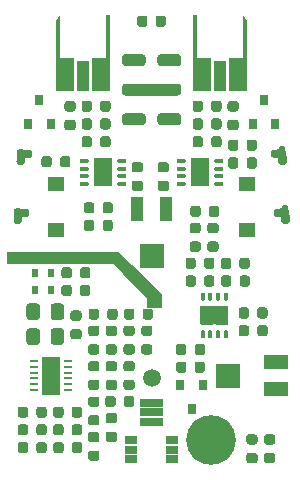
<source format=gts>
G04 #@! TF.GenerationSoftware,KiCad,Pcbnew,5.1.9-73d0e3b20d~88~ubuntu20.04.1*
G04 #@! TF.CreationDate,2021-08-20T12:19:55+03:00*
G04 #@! TF.ProjectId,diff_probe_amplifier,64696666-5f70-4726-9f62-655f616d706c,rev?*
G04 #@! TF.SameCoordinates,Original*
G04 #@! TF.FileFunction,Soldermask,Top*
G04 #@! TF.FilePolarity,Negative*
%FSLAX46Y46*%
G04 Gerber Fmt 4.6, Leading zero omitted, Abs format (unit mm)*
G04 Created by KiCad (PCBNEW 5.1.9-73d0e3b20d~88~ubuntu20.04.1) date 2021-08-20 12:19:55*
%MOMM*%
%LPD*%
G01*
G04 APERTURE LIST*
%ADD10C,0.050000*%
%ADD11R,1.400000X1.200000*%
%ADD12R,1.500000X3.300000*%
%ADD13R,0.700000X0.250000*%
%ADD14C,0.350000*%
%ADD15R,1.100000X2.600000*%
%ADD16R,2.000000X1.300000*%
%ADD17R,2.000000X2.000000*%
%ADD18R,1.100000X2.000000*%
%ADD19R,1.000000X0.800000*%
%ADD20C,1.500000*%
%ADD21R,0.800000X0.900000*%
%ADD22C,0.600000*%
%ADD23C,4.200000*%
%ADD24R,0.600000X0.700000*%
%ADD25O,0.400000X0.650000*%
%ADD26R,0.400000X0.300000*%
%ADD27R,2.400000X1.650000*%
%ADD28R,1.000000X0.650000*%
%ADD29O,0.650000X0.400000*%
%ADD30R,0.300000X0.400000*%
%ADD31R,1.650000X2.400000*%
%ADD32R,0.650000X1.000000*%
G04 APERTURE END LIST*
D10*
G36*
X14800000Y-22300000D02*
G01*
X14800000Y-23400000D01*
X13600000Y-23400000D01*
X13600000Y-22600000D01*
X10700000Y-19700000D01*
X1800000Y-19700000D01*
X1800000Y-18700000D01*
X11200000Y-18700000D01*
X14800000Y-22300000D01*
G37*
X14800000Y-22300000D02*
X14800000Y-23400000D01*
X13600000Y-23400000D01*
X13600000Y-22600000D01*
X10700000Y-19700000D01*
X1800000Y-19700000D01*
X1800000Y-18700000D01*
X11200000Y-18700000D01*
X14800000Y-22300000D01*
D11*
G04 #@! TO.C,C17*
X5900000Y-13000000D03*
X5900000Y-16850000D03*
G04 #@! TD*
G04 #@! TO.C,C16*
X22100000Y-16850000D03*
X22100000Y-13000000D03*
G04 #@! TD*
D12*
G04 #@! TO.C,U1*
X5500000Y-29200000D03*
D13*
X6950000Y-27950000D03*
X6950000Y-28450000D03*
X6950000Y-28950000D03*
X6950000Y-29450000D03*
X6950000Y-29950000D03*
X6950000Y-30450000D03*
X4050000Y-30450000D03*
X4050000Y-29950000D03*
X4050000Y-29450000D03*
X4050000Y-28950000D03*
X4050000Y-28450000D03*
X4050000Y-27950000D03*
G04 #@! TD*
D14*
G04 #@! TO.C,J8*
G36*
X5900000Y-5150000D02*
G01*
X5900000Y850000D01*
X6250000Y1350000D01*
X6250000Y-2350000D01*
X7450000Y-2350000D01*
X7450000Y-5150000D01*
X5900000Y-5150000D01*
G37*
G36*
X8950000Y-5150000D02*
G01*
X8950000Y-2350000D01*
X10150000Y-2350000D01*
X10150000Y1350000D01*
X10500000Y1350000D01*
X10500000Y-5150000D01*
X8950000Y-5150000D01*
G37*
D15*
X8200000Y-3850000D03*
G04 #@! TD*
D14*
G04 #@! TO.C,J7*
G36*
X17500000Y-5150000D02*
G01*
X17500000Y1350000D01*
X17850000Y1350000D01*
X17850000Y-2350000D01*
X19050000Y-2350000D01*
X19050000Y-5150000D01*
X17500000Y-5150000D01*
G37*
G36*
X20550000Y-5150000D02*
G01*
X20550000Y-2350000D01*
X21750000Y-2350000D01*
X21750000Y1350000D01*
X22100000Y850000D01*
X22100000Y-5150000D01*
X20550000Y-5150000D01*
G37*
D15*
X19800000Y-3850000D03*
G04 #@! TD*
D16*
G04 #@! TO.C,RV2*
X24500000Y-28050000D03*
D17*
X20500000Y-29200000D03*
D16*
X24500000Y-30350000D03*
G04 #@! TD*
D18*
G04 #@! TO.C,RV1*
X12750000Y-15100000D03*
D17*
X14000000Y-19100000D03*
D18*
X15250000Y-15100000D03*
G04 #@! TD*
D19*
G04 #@! TO.C,J1*
X13500000Y-33100000D03*
X13500000Y-32300000D03*
X13500000Y-31500000D03*
X14500000Y-31500000D03*
X14500000Y-32300000D03*
X15700000Y-34700000D03*
X15700000Y-35500000D03*
X15700000Y-36300000D03*
X12300000Y-34700000D03*
X12300000Y-35500000D03*
X12300000Y-36300000D03*
D20*
X14000000Y-29400000D03*
D19*
X14500000Y-33100000D03*
G04 #@! TD*
G04 #@! TO.C,SW1*
G36*
G01*
X11750000Y-7000000D02*
X13250000Y-7000000D01*
G75*
G02*
X13500000Y-7250000I0J-250000D01*
G01*
X13500000Y-7750000D01*
G75*
G02*
X13250000Y-8000000I-250000J0D01*
G01*
X11750000Y-8000000D01*
G75*
G02*
X11500000Y-7750000I0J250000D01*
G01*
X11500000Y-7250000D01*
G75*
G02*
X11750000Y-7000000I250000J0D01*
G01*
G37*
G36*
G01*
X11750000Y-4500000D02*
X15250000Y-4500000D01*
G75*
G02*
X15500000Y-4750000I0J-250000D01*
G01*
X15500000Y-5250000D01*
G75*
G02*
X15250000Y-5500000I-250000J0D01*
G01*
X11750000Y-5500000D01*
G75*
G02*
X11500000Y-5250000I0J250000D01*
G01*
X11500000Y-4750000D01*
G75*
G02*
X11750000Y-4500000I250000J0D01*
G01*
G37*
G36*
G01*
X11750000Y-2000000D02*
X13250000Y-2000000D01*
G75*
G02*
X13500000Y-2250000I0J-250000D01*
G01*
X13500000Y-2750000D01*
G75*
G02*
X13250000Y-3000000I-250000J0D01*
G01*
X11750000Y-3000000D01*
G75*
G02*
X11500000Y-2750000I0J250000D01*
G01*
X11500000Y-2250000D01*
G75*
G02*
X11750000Y-2000000I250000J0D01*
G01*
G37*
G36*
G01*
X14750000Y-7000000D02*
X16250000Y-7000000D01*
G75*
G02*
X16500000Y-7250000I0J-250000D01*
G01*
X16500000Y-7750000D01*
G75*
G02*
X16250000Y-8000000I-250000J0D01*
G01*
X14750000Y-8000000D01*
G75*
G02*
X14500000Y-7750000I0J250000D01*
G01*
X14500000Y-7250000D01*
G75*
G02*
X14750000Y-7000000I250000J0D01*
G01*
G37*
G36*
G01*
X14750000Y-4500000D02*
X16250000Y-4500000D01*
G75*
G02*
X16500000Y-4750000I0J-250000D01*
G01*
X16500000Y-5250000D01*
G75*
G02*
X16250000Y-5500000I-250000J0D01*
G01*
X14750000Y-5500000D01*
G75*
G02*
X14500000Y-5250000I0J250000D01*
G01*
X14500000Y-4750000D01*
G75*
G02*
X14750000Y-4500000I250000J0D01*
G01*
G37*
G36*
G01*
X14750000Y-2000000D02*
X16250000Y-2000000D01*
G75*
G02*
X16500000Y-2250000I0J-250000D01*
G01*
X16500000Y-2750000D01*
G75*
G02*
X16250000Y-3000000I-250000J0D01*
G01*
X14750000Y-3000000D01*
G75*
G02*
X14500000Y-2750000I0J250000D01*
G01*
X14500000Y-2250000D01*
G75*
G02*
X14750000Y-2000000I250000J0D01*
G01*
G37*
G04 #@! TD*
G04 #@! TO.C,R8*
G36*
G01*
X24256250Y-35050000D02*
X23743750Y-35050000D01*
G75*
G02*
X23525000Y-34831250I0J218750D01*
G01*
X23525000Y-34393750D01*
G75*
G02*
X23743750Y-34175000I218750J0D01*
G01*
X24256250Y-34175000D01*
G75*
G02*
X24475000Y-34393750I0J-218750D01*
G01*
X24475000Y-34831250D01*
G75*
G02*
X24256250Y-35050000I-218750J0D01*
G01*
G37*
G36*
G01*
X24256250Y-36625000D02*
X23743750Y-36625000D01*
G75*
G02*
X23525000Y-36406250I0J218750D01*
G01*
X23525000Y-35968750D01*
G75*
G02*
X23743750Y-35750000I218750J0D01*
G01*
X24256250Y-35750000D01*
G75*
G02*
X24475000Y-35968750I0J-218750D01*
G01*
X24475000Y-36406250D01*
G75*
G02*
X24256250Y-36625000I-218750J0D01*
G01*
G37*
G04 #@! TD*
G04 #@! TO.C,R7*
G36*
G01*
X16950000Y-28243750D02*
X16950000Y-28756250D01*
G75*
G02*
X16731250Y-28975000I-218750J0D01*
G01*
X16293750Y-28975000D01*
G75*
G02*
X16075000Y-28756250I0J218750D01*
G01*
X16075000Y-28243750D01*
G75*
G02*
X16293750Y-28025000I218750J0D01*
G01*
X16731250Y-28025000D01*
G75*
G02*
X16950000Y-28243750I0J-218750D01*
G01*
G37*
G36*
G01*
X18525000Y-28243750D02*
X18525000Y-28756250D01*
G75*
G02*
X18306250Y-28975000I-218750J0D01*
G01*
X17868750Y-28975000D01*
G75*
G02*
X17650000Y-28756250I0J218750D01*
G01*
X17650000Y-28243750D01*
G75*
G02*
X17868750Y-28025000I218750J0D01*
G01*
X18306250Y-28025000D01*
G75*
G02*
X18525000Y-28243750I0J-218750D01*
G01*
G37*
G04 #@! TD*
G04 #@! TO.C,R4*
G36*
G01*
X13650000Y1056250D02*
X13650000Y543750D01*
G75*
G02*
X13431250Y325000I-218750J0D01*
G01*
X12993750Y325000D01*
G75*
G02*
X12775000Y543750I0J218750D01*
G01*
X12775000Y1056250D01*
G75*
G02*
X12993750Y1275000I218750J0D01*
G01*
X13431250Y1275000D01*
G75*
G02*
X13650000Y1056250I0J-218750D01*
G01*
G37*
G36*
G01*
X15225000Y1056250D02*
X15225000Y543750D01*
G75*
G02*
X15006250Y325000I-218750J0D01*
G01*
X14568750Y325000D01*
G75*
G02*
X14350000Y543750I0J218750D01*
G01*
X14350000Y1056250D01*
G75*
G02*
X14568750Y1275000I218750J0D01*
G01*
X15006250Y1275000D01*
G75*
G02*
X15225000Y1056250I0J-218750D01*
G01*
G37*
G04 #@! TD*
D21*
G04 #@! TO.C,D6*
X17400000Y-32000000D03*
X16450000Y-30000000D03*
X18350000Y-30000000D03*
G04 #@! TD*
G04 #@! TO.C,D5*
X4500000Y-5900000D03*
X5450000Y-7900000D03*
X3550000Y-7900000D03*
G04 #@! TD*
G04 #@! TO.C,D4*
X23500000Y-5900000D03*
X24450000Y-7900000D03*
X22550000Y-7900000D03*
G04 #@! TD*
G04 #@! TO.C,D3*
G36*
G01*
X22243750Y-35750000D02*
X22756250Y-35750000D01*
G75*
G02*
X22975000Y-35968750I0J-218750D01*
G01*
X22975000Y-36406250D01*
G75*
G02*
X22756250Y-36625000I-218750J0D01*
G01*
X22243750Y-36625000D01*
G75*
G02*
X22025000Y-36406250I0J218750D01*
G01*
X22025000Y-35968750D01*
G75*
G02*
X22243750Y-35750000I218750J0D01*
G01*
G37*
G36*
G01*
X22243750Y-34175000D02*
X22756250Y-34175000D01*
G75*
G02*
X22975000Y-34393750I0J-218750D01*
G01*
X22975000Y-34831250D01*
G75*
G02*
X22756250Y-35050000I-218750J0D01*
G01*
X22243750Y-35050000D01*
G75*
G02*
X22025000Y-34831250I0J218750D01*
G01*
X22025000Y-34393750D01*
G75*
G02*
X22243750Y-34175000I218750J0D01*
G01*
G37*
G04 #@! TD*
G04 #@! TO.C,C18*
G36*
G01*
X18450000Y-21456250D02*
X18450000Y-20943750D01*
G75*
G02*
X18668750Y-20725000I218750J0D01*
G01*
X19106250Y-20725000D01*
G75*
G02*
X19325000Y-20943750I0J-218750D01*
G01*
X19325000Y-21456250D01*
G75*
G02*
X19106250Y-21675000I-218750J0D01*
G01*
X18668750Y-21675000D01*
G75*
G02*
X18450000Y-21456250I0J218750D01*
G01*
G37*
G36*
G01*
X16875000Y-21456250D02*
X16875000Y-20943750D01*
G75*
G02*
X17093750Y-20725000I218750J0D01*
G01*
X17531250Y-20725000D01*
G75*
G02*
X17750000Y-20943750I0J-218750D01*
G01*
X17750000Y-21456250D01*
G75*
G02*
X17531250Y-21675000I-218750J0D01*
G01*
X17093750Y-21675000D01*
G75*
G02*
X16875000Y-21456250I0J218750D01*
G01*
G37*
G04 #@! TD*
G04 #@! TO.C,C21*
G36*
G01*
X9150000Y-14743750D02*
X9150000Y-15256250D01*
G75*
G02*
X8931250Y-15475000I-218750J0D01*
G01*
X8493750Y-15475000D01*
G75*
G02*
X8275000Y-15256250I0J218750D01*
G01*
X8275000Y-14743750D01*
G75*
G02*
X8493750Y-14525000I218750J0D01*
G01*
X8931250Y-14525000D01*
G75*
G02*
X9150000Y-14743750I0J-218750D01*
G01*
G37*
G36*
G01*
X10725000Y-14743750D02*
X10725000Y-15256250D01*
G75*
G02*
X10506250Y-15475000I-218750J0D01*
G01*
X10068750Y-15475000D01*
G75*
G02*
X9850000Y-15256250I0J218750D01*
G01*
X9850000Y-14743750D01*
G75*
G02*
X10068750Y-14525000I218750J0D01*
G01*
X10506250Y-14525000D01*
G75*
G02*
X10725000Y-14743750I0J-218750D01*
G01*
G37*
G04 #@! TD*
G04 #@! TO.C,C20*
G36*
G01*
X12543750Y-12700000D02*
X13056250Y-12700000D01*
G75*
G02*
X13275000Y-12918750I0J-218750D01*
G01*
X13275000Y-13356250D01*
G75*
G02*
X13056250Y-13575000I-218750J0D01*
G01*
X12543750Y-13575000D01*
G75*
G02*
X12325000Y-13356250I0J218750D01*
G01*
X12325000Y-12918750D01*
G75*
G02*
X12543750Y-12700000I218750J0D01*
G01*
G37*
G36*
G01*
X12543750Y-11125000D02*
X13056250Y-11125000D01*
G75*
G02*
X13275000Y-11343750I0J-218750D01*
G01*
X13275000Y-11781250D01*
G75*
G02*
X13056250Y-12000000I-218750J0D01*
G01*
X12543750Y-12000000D01*
G75*
G02*
X12325000Y-11781250I0J218750D01*
G01*
X12325000Y-11343750D01*
G75*
G02*
X12543750Y-11125000I218750J0D01*
G01*
G37*
G04 #@! TD*
G04 #@! TO.C,L4*
G36*
G01*
X4550000Y-23349999D02*
X4550000Y-24250001D01*
G75*
G02*
X4300001Y-24500000I-249999J0D01*
G01*
X3649999Y-24500000D01*
G75*
G02*
X3400000Y-24250001I0J249999D01*
G01*
X3400000Y-23349999D01*
G75*
G02*
X3649999Y-23100000I249999J0D01*
G01*
X4300001Y-23100000D01*
G75*
G02*
X4550000Y-23349999I0J-249999D01*
G01*
G37*
G36*
G01*
X6600000Y-23349999D02*
X6600000Y-24250001D01*
G75*
G02*
X6350001Y-24500000I-249999J0D01*
G01*
X5699999Y-24500000D01*
G75*
G02*
X5450000Y-24250001I0J249999D01*
G01*
X5450000Y-23349999D01*
G75*
G02*
X5699999Y-23100000I249999J0D01*
G01*
X6350001Y-23100000D01*
G75*
G02*
X6600000Y-23349999I0J-249999D01*
G01*
G37*
G04 #@! TD*
G04 #@! TO.C,L3*
G36*
G01*
X4550000Y-25449999D02*
X4550000Y-26350001D01*
G75*
G02*
X4300001Y-26600000I-249999J0D01*
G01*
X3649999Y-26600000D01*
G75*
G02*
X3400000Y-26350001I0J249999D01*
G01*
X3400000Y-25449999D01*
G75*
G02*
X3649999Y-25200000I249999J0D01*
G01*
X4300001Y-25200000D01*
G75*
G02*
X4550000Y-25449999I0J-249999D01*
G01*
G37*
G36*
G01*
X6600000Y-25449999D02*
X6600000Y-26350001D01*
G75*
G02*
X6350001Y-26600000I-249999J0D01*
G01*
X5699999Y-26600000D01*
G75*
G02*
X5450000Y-26350001I0J249999D01*
G01*
X5450000Y-25449999D01*
G75*
G02*
X5699999Y-25200000I249999J0D01*
G01*
X6350001Y-25200000D01*
G75*
G02*
X6600000Y-25449999I0J-249999D01*
G01*
G37*
G04 #@! TD*
G04 #@! TO.C,C22*
G36*
G01*
X14743750Y-12700000D02*
X15256250Y-12700000D01*
G75*
G02*
X15475000Y-12918750I0J-218750D01*
G01*
X15475000Y-13356250D01*
G75*
G02*
X15256250Y-13575000I-218750J0D01*
G01*
X14743750Y-13575000D01*
G75*
G02*
X14525000Y-13356250I0J218750D01*
G01*
X14525000Y-12918750D01*
G75*
G02*
X14743750Y-12700000I218750J0D01*
G01*
G37*
G36*
G01*
X14743750Y-11125000D02*
X15256250Y-11125000D01*
G75*
G02*
X15475000Y-11343750I0J-218750D01*
G01*
X15475000Y-11781250D01*
G75*
G02*
X15256250Y-12000000I-218750J0D01*
G01*
X14743750Y-12000000D01*
G75*
G02*
X14525000Y-11781250I0J218750D01*
G01*
X14525000Y-11343750D01*
G75*
G02*
X14743750Y-11125000I218750J0D01*
G01*
G37*
G04 #@! TD*
G04 #@! TO.C,J4*
G36*
G01*
X25299309Y-11332997D02*
X24899857Y-11353932D01*
G75*
G02*
X24847309Y-11306618I-2617J49931D01*
G01*
X24842075Y-11206755D01*
G75*
G02*
X24889389Y-11154207I49931J2617D01*
G01*
X25288841Y-11133272D01*
G75*
G02*
X25341389Y-11180586I2617J-49931D01*
G01*
X25346623Y-11280449D01*
G75*
G02*
X25299309Y-11332997I-49931J-2617D01*
G01*
G37*
G36*
G01*
X25270524Y-10783750D02*
X24871072Y-10804685D01*
G75*
G02*
X24818524Y-10757371I-2617J49931D01*
G01*
X24813290Y-10657508D01*
G75*
G02*
X24860604Y-10604960I49931J2617D01*
G01*
X25260056Y-10584025D01*
G75*
G02*
X25312604Y-10631339I2617J-49931D01*
G01*
X25317838Y-10731202D01*
G75*
G02*
X25270524Y-10783750I-49931J-2617D01*
G01*
G37*
G36*
G01*
X24111633Y-10644212D02*
X24090698Y-10244760D01*
G75*
G02*
X24138012Y-10192212I49931J2617D01*
G01*
X24237875Y-10186978D01*
G75*
G02*
X24290423Y-10234292I2617J-49931D01*
G01*
X24311358Y-10633744D01*
G75*
G02*
X24264044Y-10686292I-49931J-2617D01*
G01*
X24164181Y-10691526D01*
G75*
G02*
X24111633Y-10644212I-2617J49931D01*
G01*
G37*
G36*
G01*
X24891016Y-9752199D02*
X25140673Y-9739115D01*
G75*
G02*
X25272044Y-9857402I6542J-124829D01*
G01*
X25295595Y-10306786D01*
G75*
G02*
X25177308Y-10438157I-124829J-6542D01*
G01*
X24927651Y-10451241D01*
G75*
G02*
X24796280Y-10332954I-6542J124829D01*
G01*
X24772729Y-9883570D01*
G75*
G02*
X24891016Y-9752199I124829J6542D01*
G01*
G37*
G36*
G01*
X24110324Y-10619246D02*
X24092006Y-10269725D01*
G75*
G02*
X24257607Y-10085806I174760J9159D01*
G01*
X25206305Y-10036087D01*
G75*
G02*
X25390224Y-10201688I9159J-174760D01*
G01*
X25408542Y-10551209D01*
G75*
G02*
X25242941Y-10735128I-174760J-9159D01*
G01*
X24294243Y-10784847D01*
G75*
G02*
X24110324Y-10619246I-9159J174760D01*
G01*
G37*
G36*
G01*
X24856785Y-10054405D02*
X25206306Y-10036087D01*
G75*
G02*
X25390225Y-10201688I9159J-174760D01*
G01*
X25439944Y-11150386D01*
G75*
G02*
X25274343Y-11334305I-174760J-9159D01*
G01*
X24924822Y-11352623D01*
G75*
G02*
X24740903Y-11187022I-9159J174760D01*
G01*
X24691184Y-10238324D01*
G75*
G02*
X24856785Y-10054405I174760J9159D01*
G01*
G37*
D22*
X25099794Y-10392150D03*
X24500617Y-10423551D03*
X25131196Y-10991327D03*
G04 #@! TD*
G04 #@! TO.C,J3*
G36*
G01*
X25549309Y-16332997D02*
X25149857Y-16353932D01*
G75*
G02*
X25097309Y-16306618I-2617J49931D01*
G01*
X25092075Y-16206755D01*
G75*
G02*
X25139389Y-16154207I49931J2617D01*
G01*
X25538841Y-16133272D01*
G75*
G02*
X25591389Y-16180586I2617J-49931D01*
G01*
X25596623Y-16280449D01*
G75*
G02*
X25549309Y-16332997I-49931J-2617D01*
G01*
G37*
G36*
G01*
X25520524Y-15783750D02*
X25121072Y-15804685D01*
G75*
G02*
X25068524Y-15757371I-2617J49931D01*
G01*
X25063290Y-15657508D01*
G75*
G02*
X25110604Y-15604960I49931J2617D01*
G01*
X25510056Y-15584025D01*
G75*
G02*
X25562604Y-15631339I2617J-49931D01*
G01*
X25567838Y-15731202D01*
G75*
G02*
X25520524Y-15783750I-49931J-2617D01*
G01*
G37*
G36*
G01*
X24361633Y-15644212D02*
X24340698Y-15244760D01*
G75*
G02*
X24388012Y-15192212I49931J2617D01*
G01*
X24487875Y-15186978D01*
G75*
G02*
X24540423Y-15234292I2617J-49931D01*
G01*
X24561358Y-15633744D01*
G75*
G02*
X24514044Y-15686292I-49931J-2617D01*
G01*
X24414181Y-15691526D01*
G75*
G02*
X24361633Y-15644212I-2617J49931D01*
G01*
G37*
G36*
G01*
X25141016Y-14752199D02*
X25390673Y-14739115D01*
G75*
G02*
X25522044Y-14857402I6542J-124829D01*
G01*
X25545595Y-15306786D01*
G75*
G02*
X25427308Y-15438157I-124829J-6542D01*
G01*
X25177651Y-15451241D01*
G75*
G02*
X25046280Y-15332954I-6542J124829D01*
G01*
X25022729Y-14883570D01*
G75*
G02*
X25141016Y-14752199I124829J6542D01*
G01*
G37*
G36*
G01*
X24360324Y-15619246D02*
X24342006Y-15269725D01*
G75*
G02*
X24507607Y-15085806I174760J9159D01*
G01*
X25456305Y-15036087D01*
G75*
G02*
X25640224Y-15201688I9159J-174760D01*
G01*
X25658542Y-15551209D01*
G75*
G02*
X25492941Y-15735128I-174760J-9159D01*
G01*
X24544243Y-15784847D01*
G75*
G02*
X24360324Y-15619246I-9159J174760D01*
G01*
G37*
G36*
G01*
X25106785Y-15054405D02*
X25456306Y-15036087D01*
G75*
G02*
X25640225Y-15201688I9159J-174760D01*
G01*
X25689944Y-16150386D01*
G75*
G02*
X25524343Y-16334305I-174760J-9159D01*
G01*
X25174822Y-16352623D01*
G75*
G02*
X24990903Y-16187022I-9159J174760D01*
G01*
X24941184Y-15238324D01*
G75*
G02*
X25106785Y-15054405I174760J9159D01*
G01*
G37*
X25349794Y-15392150D03*
X24750617Y-15423551D03*
X25381196Y-15991327D03*
G04 #@! TD*
G04 #@! TO.C,J6*
G36*
G01*
X3659302Y-15244760D02*
X3638367Y-15644212D01*
G75*
G02*
X3585819Y-15691526I-49931J2617D01*
G01*
X3485956Y-15686292D01*
G75*
G02*
X3438642Y-15633744I2617J49931D01*
G01*
X3459577Y-15234292D01*
G75*
G02*
X3512125Y-15186978I49931J-2617D01*
G01*
X3611988Y-15192212D01*
G75*
G02*
X3659302Y-15244760I-2617J-49931D01*
G01*
G37*
G36*
G01*
X2850143Y-16353932D02*
X2450691Y-16332997D01*
G75*
G02*
X2403377Y-16280449I2617J49931D01*
G01*
X2408611Y-16180586D01*
G75*
G02*
X2461159Y-16133272I49931J-2617D01*
G01*
X2860611Y-16154207D01*
G75*
G02*
X2907925Y-16206755I-2617J-49931D01*
G01*
X2902691Y-16306618D01*
G75*
G02*
X2850143Y-16353932I-49931J2617D01*
G01*
G37*
X2618804Y-15991327D03*
X3249383Y-15423551D03*
X2650206Y-15392150D03*
G36*
G01*
X2825178Y-16352623D02*
X2475657Y-16334305D01*
G75*
G02*
X2310056Y-16150386I9159J174760D01*
G01*
X2359775Y-15201688D01*
G75*
G02*
X2543694Y-15036087I174760J-9159D01*
G01*
X2893215Y-15054405D01*
G75*
G02*
X3058816Y-15238324I-9159J-174760D01*
G01*
X3009097Y-16187022D01*
G75*
G02*
X2825178Y-16352623I-174760J9159D01*
G01*
G37*
G36*
G01*
X2341458Y-15551209D02*
X2359776Y-15201688D01*
G75*
G02*
X2543695Y-15036087I174760J-9159D01*
G01*
X3492393Y-15085806D01*
G75*
G02*
X3657994Y-15269725I-9159J-174760D01*
G01*
X3639676Y-15619246D01*
G75*
G02*
X3455757Y-15784847I-174760J9159D01*
G01*
X2507059Y-15735128D01*
G75*
G02*
X2341458Y-15551209I9159J174760D01*
G01*
G37*
G04 #@! TD*
G04 #@! TO.C,J5*
G36*
G01*
X3909302Y-10244760D02*
X3888367Y-10644212D01*
G75*
G02*
X3835819Y-10691526I-49931J2617D01*
G01*
X3735956Y-10686292D01*
G75*
G02*
X3688642Y-10633744I2617J49931D01*
G01*
X3709577Y-10234292D01*
G75*
G02*
X3762125Y-10186978I49931J-2617D01*
G01*
X3861988Y-10192212D01*
G75*
G02*
X3909302Y-10244760I-2617J-49931D01*
G01*
G37*
G36*
G01*
X3100143Y-11353932D02*
X2700691Y-11332997D01*
G75*
G02*
X2653377Y-11280449I2617J49931D01*
G01*
X2658611Y-11180586D01*
G75*
G02*
X2711159Y-11133272I49931J-2617D01*
G01*
X3110611Y-11154207D01*
G75*
G02*
X3157925Y-11206755I-2617J-49931D01*
G01*
X3152691Y-11306618D01*
G75*
G02*
X3100143Y-11353932I-49931J2617D01*
G01*
G37*
X2868804Y-10991327D03*
X3499383Y-10423551D03*
X2900206Y-10392150D03*
G36*
G01*
X3075178Y-11352623D02*
X2725657Y-11334305D01*
G75*
G02*
X2560056Y-11150386I9159J174760D01*
G01*
X2609775Y-10201688D01*
G75*
G02*
X2793694Y-10036087I174760J-9159D01*
G01*
X3143215Y-10054405D01*
G75*
G02*
X3308816Y-10238324I-9159J-174760D01*
G01*
X3259097Y-11187022D01*
G75*
G02*
X3075178Y-11352623I-174760J9159D01*
G01*
G37*
G36*
G01*
X2591458Y-10551209D02*
X2609776Y-10201688D01*
G75*
G02*
X2793695Y-10036087I174760J-9159D01*
G01*
X3742393Y-10085806D01*
G75*
G02*
X3907994Y-10269725I-9159J-174760D01*
G01*
X3889676Y-10619246D01*
G75*
G02*
X3705757Y-10784847I-174760J9159D01*
G01*
X2757059Y-10735128D01*
G75*
G02*
X2591458Y-10551209I9159J174760D01*
G01*
G37*
G04 #@! TD*
G04 #@! TO.C,R23*
G36*
G01*
X22050000Y-11456250D02*
X22050000Y-10943750D01*
G75*
G02*
X22268750Y-10725000I218750J0D01*
G01*
X22706250Y-10725000D01*
G75*
G02*
X22925000Y-10943750I0J-218750D01*
G01*
X22925000Y-11456250D01*
G75*
G02*
X22706250Y-11675000I-218750J0D01*
G01*
X22268750Y-11675000D01*
G75*
G02*
X22050000Y-11456250I0J218750D01*
G01*
G37*
G36*
G01*
X20475000Y-11456250D02*
X20475000Y-10943750D01*
G75*
G02*
X20693750Y-10725000I218750J0D01*
G01*
X21131250Y-10725000D01*
G75*
G02*
X21350000Y-10943750I0J-218750D01*
G01*
X21350000Y-11456250D01*
G75*
G02*
X21131250Y-11675000I-218750J0D01*
G01*
X20693750Y-11675000D01*
G75*
G02*
X20475000Y-11456250I0J218750D01*
G01*
G37*
G04 #@! TD*
G04 #@! TO.C,R11*
G36*
G01*
X5550000Y-10843750D02*
X5550000Y-11356250D01*
G75*
G02*
X5331250Y-11575000I-218750J0D01*
G01*
X4893750Y-11575000D01*
G75*
G02*
X4675000Y-11356250I0J218750D01*
G01*
X4675000Y-10843750D01*
G75*
G02*
X4893750Y-10625000I218750J0D01*
G01*
X5331250Y-10625000D01*
G75*
G02*
X5550000Y-10843750I0J-218750D01*
G01*
G37*
G36*
G01*
X7125000Y-10843750D02*
X7125000Y-11356250D01*
G75*
G02*
X6906250Y-11575000I-218750J0D01*
G01*
X6468750Y-11575000D01*
G75*
G02*
X6250000Y-11356250I0J218750D01*
G01*
X6250000Y-10843750D01*
G75*
G02*
X6468750Y-10625000I218750J0D01*
G01*
X6906250Y-10625000D01*
G75*
G02*
X7125000Y-10843750I0J-218750D01*
G01*
G37*
G04 #@! TD*
G04 #@! TO.C,L9*
G36*
G01*
X10950000Y-31143750D02*
X10950000Y-31656250D01*
G75*
G02*
X10731250Y-31875000I-218750J0D01*
G01*
X10293750Y-31875000D01*
G75*
G02*
X10075000Y-31656250I0J218750D01*
G01*
X10075000Y-31143750D01*
G75*
G02*
X10293750Y-30925000I218750J0D01*
G01*
X10731250Y-30925000D01*
G75*
G02*
X10950000Y-31143750I0J-218750D01*
G01*
G37*
G36*
G01*
X12525000Y-31143750D02*
X12525000Y-31656250D01*
G75*
G02*
X12306250Y-31875000I-218750J0D01*
G01*
X11868750Y-31875000D01*
G75*
G02*
X11650000Y-31656250I0J218750D01*
G01*
X11650000Y-31143750D01*
G75*
G02*
X11868750Y-30925000I218750J0D01*
G01*
X12306250Y-30925000D01*
G75*
G02*
X12525000Y-31143750I0J-218750D01*
G01*
G37*
G04 #@! TD*
G04 #@! TO.C,C11*
G36*
G01*
X8950000Y-7643750D02*
X8950000Y-8156250D01*
G75*
G02*
X8731250Y-8375000I-218750J0D01*
G01*
X8293750Y-8375000D01*
G75*
G02*
X8075000Y-8156250I0J218750D01*
G01*
X8075000Y-7643750D01*
G75*
G02*
X8293750Y-7425000I218750J0D01*
G01*
X8731250Y-7425000D01*
G75*
G02*
X8950000Y-7643750I0J-218750D01*
G01*
G37*
G36*
G01*
X10525000Y-7643750D02*
X10525000Y-8156250D01*
G75*
G02*
X10306250Y-8375000I-218750J0D01*
G01*
X9868750Y-8375000D01*
G75*
G02*
X9650000Y-8156250I0J218750D01*
G01*
X9650000Y-7643750D01*
G75*
G02*
X9868750Y-7425000I218750J0D01*
G01*
X10306250Y-7425000D01*
G75*
G02*
X10525000Y-7643750I0J-218750D01*
G01*
G37*
G04 #@! TD*
G04 #@! TO.C,C1*
G36*
G01*
X18350000Y-7643750D02*
X18350000Y-8156250D01*
G75*
G02*
X18131250Y-8375000I-218750J0D01*
G01*
X17693750Y-8375000D01*
G75*
G02*
X17475000Y-8156250I0J218750D01*
G01*
X17475000Y-7643750D01*
G75*
G02*
X17693750Y-7425000I218750J0D01*
G01*
X18131250Y-7425000D01*
G75*
G02*
X18350000Y-7643750I0J-218750D01*
G01*
G37*
G36*
G01*
X19925000Y-7643750D02*
X19925000Y-8156250D01*
G75*
G02*
X19706250Y-8375000I-218750J0D01*
G01*
X19268750Y-8375000D01*
G75*
G02*
X19050000Y-8156250I0J218750D01*
G01*
X19050000Y-7643750D01*
G75*
G02*
X19268750Y-7425000I218750J0D01*
G01*
X19706250Y-7425000D01*
G75*
G02*
X19925000Y-7643750I0J-218750D01*
G01*
G37*
G04 #@! TD*
D23*
G04 #@! TO.C,H1*
X19000000Y-34700000D03*
G04 #@! TD*
G04 #@! TO.C,R12*
G36*
G01*
X18150000Y-15043750D02*
X18150000Y-15556250D01*
G75*
G02*
X17931250Y-15775000I-218750J0D01*
G01*
X17493750Y-15775000D01*
G75*
G02*
X17275000Y-15556250I0J218750D01*
G01*
X17275000Y-15043750D01*
G75*
G02*
X17493750Y-14825000I218750J0D01*
G01*
X17931250Y-14825000D01*
G75*
G02*
X18150000Y-15043750I0J-218750D01*
G01*
G37*
G36*
G01*
X19725000Y-15043750D02*
X19725000Y-15556250D01*
G75*
G02*
X19506250Y-15775000I-218750J0D01*
G01*
X19068750Y-15775000D01*
G75*
G02*
X18850000Y-15556250I0J218750D01*
G01*
X18850000Y-15043750D01*
G75*
G02*
X19068750Y-14825000I218750J0D01*
G01*
X19506250Y-14825000D01*
G75*
G02*
X19725000Y-15043750I0J-218750D01*
G01*
G37*
G04 #@! TD*
G04 #@! TO.C,L8*
G36*
G01*
X13343750Y-26550000D02*
X13856250Y-26550000D01*
G75*
G02*
X14075000Y-26768750I0J-218750D01*
G01*
X14075000Y-27206250D01*
G75*
G02*
X13856250Y-27425000I-218750J0D01*
G01*
X13343750Y-27425000D01*
G75*
G02*
X13125000Y-27206250I0J218750D01*
G01*
X13125000Y-26768750D01*
G75*
G02*
X13343750Y-26550000I218750J0D01*
G01*
G37*
G36*
G01*
X13343750Y-24975000D02*
X13856250Y-24975000D01*
G75*
G02*
X14075000Y-25193750I0J-218750D01*
G01*
X14075000Y-25631250D01*
G75*
G02*
X13856250Y-25850000I-218750J0D01*
G01*
X13343750Y-25850000D01*
G75*
G02*
X13125000Y-25631250I0J218750D01*
G01*
X13125000Y-25193750D01*
G75*
G02*
X13343750Y-24975000I218750J0D01*
G01*
G37*
G04 #@! TD*
G04 #@! TO.C,L7*
G36*
G01*
X8843750Y-26550000D02*
X9356250Y-26550000D01*
G75*
G02*
X9575000Y-26768750I0J-218750D01*
G01*
X9575000Y-27206250D01*
G75*
G02*
X9356250Y-27425000I-218750J0D01*
G01*
X8843750Y-27425000D01*
G75*
G02*
X8625000Y-27206250I0J218750D01*
G01*
X8625000Y-26768750D01*
G75*
G02*
X8843750Y-26550000I218750J0D01*
G01*
G37*
G36*
G01*
X8843750Y-24975000D02*
X9356250Y-24975000D01*
G75*
G02*
X9575000Y-25193750I0J-218750D01*
G01*
X9575000Y-25631250D01*
G75*
G02*
X9356250Y-25850000I-218750J0D01*
G01*
X8843750Y-25850000D01*
G75*
G02*
X8625000Y-25631250I0J218750D01*
G01*
X8625000Y-25193750D01*
G75*
G02*
X8843750Y-24975000I218750J0D01*
G01*
G37*
G04 #@! TD*
G04 #@! TO.C,L1*
G36*
G01*
X10856250Y-33250000D02*
X10343750Y-33250000D01*
G75*
G02*
X10125000Y-33031250I0J218750D01*
G01*
X10125000Y-32593750D01*
G75*
G02*
X10343750Y-32375000I218750J0D01*
G01*
X10856250Y-32375000D01*
G75*
G02*
X11075000Y-32593750I0J-218750D01*
G01*
X11075000Y-33031250D01*
G75*
G02*
X10856250Y-33250000I-218750J0D01*
G01*
G37*
G36*
G01*
X10856250Y-34825000D02*
X10343750Y-34825000D01*
G75*
G02*
X10125000Y-34606250I0J218750D01*
G01*
X10125000Y-34168750D01*
G75*
G02*
X10343750Y-33950000I218750J0D01*
G01*
X10856250Y-33950000D01*
G75*
G02*
X11075000Y-34168750I0J-218750D01*
G01*
X11075000Y-34606250D01*
G75*
G02*
X10856250Y-34825000I-218750J0D01*
G01*
G37*
G04 #@! TD*
G04 #@! TO.C,R15*
G36*
G01*
X9650000Y-9656250D02*
X9650000Y-9143750D01*
G75*
G02*
X9868750Y-8925000I218750J0D01*
G01*
X10306250Y-8925000D01*
G75*
G02*
X10525000Y-9143750I0J-218750D01*
G01*
X10525000Y-9656250D01*
G75*
G02*
X10306250Y-9875000I-218750J0D01*
G01*
X9868750Y-9875000D01*
G75*
G02*
X9650000Y-9656250I0J218750D01*
G01*
G37*
G36*
G01*
X8075000Y-9656250D02*
X8075000Y-9143750D01*
G75*
G02*
X8293750Y-8925000I218750J0D01*
G01*
X8731250Y-8925000D01*
G75*
G02*
X8950000Y-9143750I0J-218750D01*
G01*
X8950000Y-9656250D01*
G75*
G02*
X8731250Y-9875000I-218750J0D01*
G01*
X8293750Y-9875000D01*
G75*
G02*
X8075000Y-9656250I0J218750D01*
G01*
G37*
G04 #@! TD*
G04 #@! TO.C,C26*
G36*
G01*
X8843750Y-29550000D02*
X9356250Y-29550000D01*
G75*
G02*
X9575000Y-29768750I0J-218750D01*
G01*
X9575000Y-30206250D01*
G75*
G02*
X9356250Y-30425000I-218750J0D01*
G01*
X8843750Y-30425000D01*
G75*
G02*
X8625000Y-30206250I0J218750D01*
G01*
X8625000Y-29768750D01*
G75*
G02*
X8843750Y-29550000I218750J0D01*
G01*
G37*
G36*
G01*
X8843750Y-27975000D02*
X9356250Y-27975000D01*
G75*
G02*
X9575000Y-28193750I0J-218750D01*
G01*
X9575000Y-28631250D01*
G75*
G02*
X9356250Y-28850000I-218750J0D01*
G01*
X8843750Y-28850000D01*
G75*
G02*
X8625000Y-28631250I0J218750D01*
G01*
X8625000Y-28193750D01*
G75*
G02*
X8843750Y-27975000I218750J0D01*
G01*
G37*
G04 #@! TD*
D24*
G04 #@! TO.C,D2*
X5500000Y-22000000D03*
X4100000Y-22000000D03*
G04 #@! TD*
G04 #@! TO.C,D1*
X4100000Y-20500000D03*
X5500000Y-20500000D03*
G04 #@! TD*
D25*
G04 #@! TO.C,U4*
X20275000Y-25650000D03*
X19625000Y-25650000D03*
D26*
X18975000Y-25850000D03*
X18325000Y-25850000D03*
X18325000Y-22350000D03*
D25*
X18975000Y-22550000D03*
D26*
X19625000Y-22350000D03*
X20275000Y-22350000D03*
D27*
X19300000Y-24100000D03*
D28*
X18675000Y-24550000D03*
X18675000Y-23650000D03*
X19925000Y-24550000D03*
X19925000Y-23650000D03*
D26*
X20275000Y-25850000D03*
X19625000Y-25850000D03*
D25*
X18975000Y-25650000D03*
X18325000Y-25650000D03*
X18325000Y-22550000D03*
D26*
X18975000Y-22350000D03*
D25*
X19625000Y-22550000D03*
X20275000Y-22550000D03*
G04 #@! TD*
D29*
G04 #@! TO.C,U3*
X11450000Y-11025000D03*
X11450000Y-11675000D03*
D30*
X11650000Y-12325000D03*
X11650000Y-12975000D03*
X8150000Y-12975000D03*
D29*
X8350000Y-12325000D03*
D30*
X8150000Y-11675000D03*
X8150000Y-11025000D03*
D31*
X9900000Y-12000000D03*
D32*
X10350000Y-12625000D03*
X9450000Y-12625000D03*
X10350000Y-11375000D03*
X9450000Y-11375000D03*
D30*
X11650000Y-11025000D03*
X11650000Y-11675000D03*
D29*
X11450000Y-12325000D03*
X11450000Y-12975000D03*
X8350000Y-12975000D03*
D30*
X8150000Y-12325000D03*
D29*
X8350000Y-11675000D03*
X8350000Y-11025000D03*
G04 #@! TD*
G04 #@! TO.C,U2*
X16550000Y-12975000D03*
X16550000Y-12325000D03*
D30*
X16350000Y-11675000D03*
X16350000Y-11025000D03*
X19850000Y-11025000D03*
D29*
X19650000Y-11675000D03*
D30*
X19850000Y-12325000D03*
X19850000Y-12975000D03*
D31*
X18100000Y-12000000D03*
D32*
X17650000Y-11375000D03*
X18550000Y-11375000D03*
X17650000Y-12625000D03*
X18550000Y-12625000D03*
D30*
X16350000Y-12975000D03*
X16350000Y-12325000D03*
D29*
X16550000Y-11675000D03*
X16550000Y-11025000D03*
X19650000Y-11025000D03*
D30*
X19850000Y-11675000D03*
D29*
X19650000Y-12325000D03*
X19650000Y-12975000D03*
G04 #@! TD*
G04 #@! TO.C,R22*
G36*
G01*
X17650000Y-27256250D02*
X17650000Y-26743750D01*
G75*
G02*
X17868750Y-26525000I218750J0D01*
G01*
X18306250Y-26525000D01*
G75*
G02*
X18525000Y-26743750I0J-218750D01*
G01*
X18525000Y-27256250D01*
G75*
G02*
X18306250Y-27475000I-218750J0D01*
G01*
X17868750Y-27475000D01*
G75*
G02*
X17650000Y-27256250I0J218750D01*
G01*
G37*
G36*
G01*
X16075000Y-27256250D02*
X16075000Y-26743750D01*
G75*
G02*
X16293750Y-26525000I218750J0D01*
G01*
X16731250Y-26525000D01*
G75*
G02*
X16950000Y-26743750I0J-218750D01*
G01*
X16950000Y-27256250D01*
G75*
G02*
X16731250Y-27475000I-218750J0D01*
G01*
X16293750Y-27475000D01*
G75*
G02*
X16075000Y-27256250I0J218750D01*
G01*
G37*
G04 #@! TD*
G04 #@! TO.C,R21*
G36*
G01*
X21437500Y-19956250D02*
X21437500Y-19443750D01*
G75*
G02*
X21656250Y-19225000I218750J0D01*
G01*
X22093750Y-19225000D01*
G75*
G02*
X22312500Y-19443750I0J-218750D01*
G01*
X22312500Y-19956250D01*
G75*
G02*
X22093750Y-20175000I-218750J0D01*
G01*
X21656250Y-20175000D01*
G75*
G02*
X21437500Y-19956250I0J218750D01*
G01*
G37*
G36*
G01*
X19862500Y-19956250D02*
X19862500Y-19443750D01*
G75*
G02*
X20081250Y-19225000I218750J0D01*
G01*
X20518750Y-19225000D01*
G75*
G02*
X20737500Y-19443750I0J-218750D01*
G01*
X20737500Y-19956250D01*
G75*
G02*
X20518750Y-20175000I-218750J0D01*
G01*
X20081250Y-20175000D01*
G75*
G02*
X19862500Y-19956250I0J218750D01*
G01*
G37*
G04 #@! TD*
G04 #@! TO.C,R20*
G36*
G01*
X17750000Y-19443750D02*
X17750000Y-19956250D01*
G75*
G02*
X17531250Y-20175000I-218750J0D01*
G01*
X17093750Y-20175000D01*
G75*
G02*
X16875000Y-19956250I0J218750D01*
G01*
X16875000Y-19443750D01*
G75*
G02*
X17093750Y-19225000I218750J0D01*
G01*
X17531250Y-19225000D01*
G75*
G02*
X17750000Y-19443750I0J-218750D01*
G01*
G37*
G36*
G01*
X19325000Y-19443750D02*
X19325000Y-19956250D01*
G75*
G02*
X19106250Y-20175000I-218750J0D01*
G01*
X18668750Y-20175000D01*
G75*
G02*
X18450000Y-19956250I0J218750D01*
G01*
X18450000Y-19443750D01*
G75*
G02*
X18668750Y-19225000I218750J0D01*
G01*
X19106250Y-19225000D01*
G75*
G02*
X19325000Y-19443750I0J-218750D01*
G01*
G37*
G04 #@! TD*
G04 #@! TO.C,R19*
G36*
G01*
X18943750Y-17850000D02*
X19456250Y-17850000D01*
G75*
G02*
X19675000Y-18068750I0J-218750D01*
G01*
X19675000Y-18506250D01*
G75*
G02*
X19456250Y-18725000I-218750J0D01*
G01*
X18943750Y-18725000D01*
G75*
G02*
X18725000Y-18506250I0J218750D01*
G01*
X18725000Y-18068750D01*
G75*
G02*
X18943750Y-17850000I218750J0D01*
G01*
G37*
G36*
G01*
X18943750Y-16275000D02*
X19456250Y-16275000D01*
G75*
G02*
X19675000Y-16493750I0J-218750D01*
G01*
X19675000Y-16931250D01*
G75*
G02*
X19456250Y-17150000I-218750J0D01*
G01*
X18943750Y-17150000D01*
G75*
G02*
X18725000Y-16931250I0J218750D01*
G01*
X18725000Y-16493750D01*
G75*
G02*
X18943750Y-16275000I218750J0D01*
G01*
G37*
G04 #@! TD*
G04 #@! TO.C,R18*
G36*
G01*
X17443750Y-17850000D02*
X17956250Y-17850000D01*
G75*
G02*
X18175000Y-18068750I0J-218750D01*
G01*
X18175000Y-18506250D01*
G75*
G02*
X17956250Y-18725000I-218750J0D01*
G01*
X17443750Y-18725000D01*
G75*
G02*
X17225000Y-18506250I0J218750D01*
G01*
X17225000Y-18068750D01*
G75*
G02*
X17443750Y-17850000I218750J0D01*
G01*
G37*
G36*
G01*
X17443750Y-16275000D02*
X17956250Y-16275000D01*
G75*
G02*
X18175000Y-16493750I0J-218750D01*
G01*
X18175000Y-16931250D01*
G75*
G02*
X17956250Y-17150000I-218750J0D01*
G01*
X17443750Y-17150000D01*
G75*
G02*
X17225000Y-16931250I0J218750D01*
G01*
X17225000Y-16493750D01*
G75*
G02*
X17443750Y-16275000I218750J0D01*
G01*
G37*
G04 #@! TD*
G04 #@! TO.C,R17*
G36*
G01*
X9650000Y-6656250D02*
X9650000Y-6143750D01*
G75*
G02*
X9868750Y-5925000I218750J0D01*
G01*
X10306250Y-5925000D01*
G75*
G02*
X10525000Y-6143750I0J-218750D01*
G01*
X10525000Y-6656250D01*
G75*
G02*
X10306250Y-6875000I-218750J0D01*
G01*
X9868750Y-6875000D01*
G75*
G02*
X9650000Y-6656250I0J218750D01*
G01*
G37*
G36*
G01*
X8075000Y-6656250D02*
X8075000Y-6143750D01*
G75*
G02*
X8293750Y-5925000I218750J0D01*
G01*
X8731250Y-5925000D01*
G75*
G02*
X8950000Y-6143750I0J-218750D01*
G01*
X8950000Y-6656250D01*
G75*
G02*
X8731250Y-6875000I-218750J0D01*
G01*
X8293750Y-6875000D01*
G75*
G02*
X8075000Y-6656250I0J218750D01*
G01*
G37*
G04 #@! TD*
G04 #@! TO.C,R16*
G36*
G01*
X18350000Y-6143750D02*
X18350000Y-6656250D01*
G75*
G02*
X18131250Y-6875000I-218750J0D01*
G01*
X17693750Y-6875000D01*
G75*
G02*
X17475000Y-6656250I0J218750D01*
G01*
X17475000Y-6143750D01*
G75*
G02*
X17693750Y-5925000I218750J0D01*
G01*
X18131250Y-5925000D01*
G75*
G02*
X18350000Y-6143750I0J-218750D01*
G01*
G37*
G36*
G01*
X19925000Y-6143750D02*
X19925000Y-6656250D01*
G75*
G02*
X19706250Y-6875000I-218750J0D01*
G01*
X19268750Y-6875000D01*
G75*
G02*
X19050000Y-6656250I0J218750D01*
G01*
X19050000Y-6143750D01*
G75*
G02*
X19268750Y-5925000I218750J0D01*
G01*
X19706250Y-5925000D01*
G75*
G02*
X19925000Y-6143750I0J-218750D01*
G01*
G37*
G04 #@! TD*
G04 #@! TO.C,R14*
G36*
G01*
X19050000Y-9656250D02*
X19050000Y-9143750D01*
G75*
G02*
X19268750Y-8925000I218750J0D01*
G01*
X19706250Y-8925000D01*
G75*
G02*
X19925000Y-9143750I0J-218750D01*
G01*
X19925000Y-9656250D01*
G75*
G02*
X19706250Y-9875000I-218750J0D01*
G01*
X19268750Y-9875000D01*
G75*
G02*
X19050000Y-9656250I0J218750D01*
G01*
G37*
G36*
G01*
X17475000Y-9656250D02*
X17475000Y-9143750D01*
G75*
G02*
X17693750Y-8925000I218750J0D01*
G01*
X18131250Y-8925000D01*
G75*
G02*
X18350000Y-9143750I0J-218750D01*
G01*
X18350000Y-9656250D01*
G75*
G02*
X18131250Y-9875000I-218750J0D01*
G01*
X17693750Y-9875000D01*
G75*
G02*
X17475000Y-9656250I0J218750D01*
G01*
G37*
G04 #@! TD*
G04 #@! TO.C,R13*
G36*
G01*
X9850000Y-16756250D02*
X9850000Y-16243750D01*
G75*
G02*
X10068750Y-16025000I218750J0D01*
G01*
X10506250Y-16025000D01*
G75*
G02*
X10725000Y-16243750I0J-218750D01*
G01*
X10725000Y-16756250D01*
G75*
G02*
X10506250Y-16975000I-218750J0D01*
G01*
X10068750Y-16975000D01*
G75*
G02*
X9850000Y-16756250I0J218750D01*
G01*
G37*
G36*
G01*
X8275000Y-16756250D02*
X8275000Y-16243750D01*
G75*
G02*
X8493750Y-16025000I218750J0D01*
G01*
X8931250Y-16025000D01*
G75*
G02*
X9150000Y-16243750I0J-218750D01*
G01*
X9150000Y-16756250D01*
G75*
G02*
X8931250Y-16975000I-218750J0D01*
G01*
X8493750Y-16975000D01*
G75*
G02*
X8275000Y-16756250I0J218750D01*
G01*
G37*
G04 #@! TD*
G04 #@! TO.C,R10*
G36*
G01*
X7356250Y-6850000D02*
X6843750Y-6850000D01*
G75*
G02*
X6625000Y-6631250I0J218750D01*
G01*
X6625000Y-6193750D01*
G75*
G02*
X6843750Y-5975000I218750J0D01*
G01*
X7356250Y-5975000D01*
G75*
G02*
X7575000Y-6193750I0J-218750D01*
G01*
X7575000Y-6631250D01*
G75*
G02*
X7356250Y-6850000I-218750J0D01*
G01*
G37*
G36*
G01*
X7356250Y-8425000D02*
X6843750Y-8425000D01*
G75*
G02*
X6625000Y-8206250I0J218750D01*
G01*
X6625000Y-7768750D01*
G75*
G02*
X6843750Y-7550000I218750J0D01*
G01*
X7356250Y-7550000D01*
G75*
G02*
X7575000Y-7768750I0J-218750D01*
G01*
X7575000Y-8206250D01*
G75*
G02*
X7356250Y-8425000I-218750J0D01*
G01*
G37*
G04 #@! TD*
G04 #@! TO.C,R9*
G36*
G01*
X21156250Y-6850000D02*
X20643750Y-6850000D01*
G75*
G02*
X20425000Y-6631250I0J218750D01*
G01*
X20425000Y-6193750D01*
G75*
G02*
X20643750Y-5975000I218750J0D01*
G01*
X21156250Y-5975000D01*
G75*
G02*
X21375000Y-6193750I0J-218750D01*
G01*
X21375000Y-6631250D01*
G75*
G02*
X21156250Y-6850000I-218750J0D01*
G01*
G37*
G36*
G01*
X21156250Y-8425000D02*
X20643750Y-8425000D01*
G75*
G02*
X20425000Y-8206250I0J218750D01*
G01*
X20425000Y-7768750D01*
G75*
G02*
X20643750Y-7550000I218750J0D01*
G01*
X21156250Y-7550000D01*
G75*
G02*
X21375000Y-7768750I0J-218750D01*
G01*
X21375000Y-8206250D01*
G75*
G02*
X21156250Y-8425000I-218750J0D01*
G01*
G37*
G04 #@! TD*
G04 #@! TO.C,R6*
G36*
G01*
X7250000Y-32556250D02*
X7250000Y-32043750D01*
G75*
G02*
X7468750Y-31825000I218750J0D01*
G01*
X7906250Y-31825000D01*
G75*
G02*
X8125000Y-32043750I0J-218750D01*
G01*
X8125000Y-32556250D01*
G75*
G02*
X7906250Y-32775000I-218750J0D01*
G01*
X7468750Y-32775000D01*
G75*
G02*
X7250000Y-32556250I0J218750D01*
G01*
G37*
G36*
G01*
X5675000Y-32556250D02*
X5675000Y-32043750D01*
G75*
G02*
X5893750Y-31825000I218750J0D01*
G01*
X6331250Y-31825000D01*
G75*
G02*
X6550000Y-32043750I0J-218750D01*
G01*
X6550000Y-32556250D01*
G75*
G02*
X6331250Y-32775000I-218750J0D01*
G01*
X5893750Y-32775000D01*
G75*
G02*
X5675000Y-32556250I0J218750D01*
G01*
G37*
G04 #@! TD*
G04 #@! TO.C,R3*
G36*
G01*
X3550000Y-33543750D02*
X3550000Y-34056250D01*
G75*
G02*
X3331250Y-34275000I-218750J0D01*
G01*
X2893750Y-34275000D01*
G75*
G02*
X2675000Y-34056250I0J218750D01*
G01*
X2675000Y-33543750D01*
G75*
G02*
X2893750Y-33325000I218750J0D01*
G01*
X3331250Y-33325000D01*
G75*
G02*
X3550000Y-33543750I0J-218750D01*
G01*
G37*
G36*
G01*
X5125000Y-33543750D02*
X5125000Y-34056250D01*
G75*
G02*
X4906250Y-34275000I-218750J0D01*
G01*
X4468750Y-34275000D01*
G75*
G02*
X4250000Y-34056250I0J218750D01*
G01*
X4250000Y-33543750D01*
G75*
G02*
X4468750Y-33325000I218750J0D01*
G01*
X4906250Y-33325000D01*
G75*
G02*
X5125000Y-33543750I0J-218750D01*
G01*
G37*
G04 #@! TD*
G04 #@! TO.C,R2*
G36*
G01*
X7250000Y-34056250D02*
X7250000Y-33543750D01*
G75*
G02*
X7468750Y-33325000I218750J0D01*
G01*
X7906250Y-33325000D01*
G75*
G02*
X8125000Y-33543750I0J-218750D01*
G01*
X8125000Y-34056250D01*
G75*
G02*
X7906250Y-34275000I-218750J0D01*
G01*
X7468750Y-34275000D01*
G75*
G02*
X7250000Y-34056250I0J218750D01*
G01*
G37*
G36*
G01*
X5675000Y-34056250D02*
X5675000Y-33543750D01*
G75*
G02*
X5893750Y-33325000I218750J0D01*
G01*
X6331250Y-33325000D01*
G75*
G02*
X6550000Y-33543750I0J-218750D01*
G01*
X6550000Y-34056250D01*
G75*
G02*
X6331250Y-34275000I-218750J0D01*
G01*
X5893750Y-34275000D01*
G75*
G02*
X5675000Y-34056250I0J218750D01*
G01*
G37*
G04 #@! TD*
G04 #@! TO.C,R1*
G36*
G01*
X4250000Y-32556250D02*
X4250000Y-32043750D01*
G75*
G02*
X4468750Y-31825000I218750J0D01*
G01*
X4906250Y-31825000D01*
G75*
G02*
X5125000Y-32043750I0J-218750D01*
G01*
X5125000Y-32556250D01*
G75*
G02*
X4906250Y-32775000I-218750J0D01*
G01*
X4468750Y-32775000D01*
G75*
G02*
X4250000Y-32556250I0J218750D01*
G01*
G37*
G36*
G01*
X2675000Y-32556250D02*
X2675000Y-32043750D01*
G75*
G02*
X2893750Y-31825000I218750J0D01*
G01*
X3331250Y-31825000D01*
G75*
G02*
X3550000Y-32043750I0J-218750D01*
G01*
X3550000Y-32556250D01*
G75*
G02*
X3331250Y-32775000I-218750J0D01*
G01*
X2893750Y-32775000D01*
G75*
G02*
X2675000Y-32556250I0J218750D01*
G01*
G37*
G04 #@! TD*
G04 #@! TO.C,L6*
G36*
G01*
X11843750Y-26550000D02*
X12356250Y-26550000D01*
G75*
G02*
X12575000Y-26768750I0J-218750D01*
G01*
X12575000Y-27206250D01*
G75*
G02*
X12356250Y-27425000I-218750J0D01*
G01*
X11843750Y-27425000D01*
G75*
G02*
X11625000Y-27206250I0J218750D01*
G01*
X11625000Y-26768750D01*
G75*
G02*
X11843750Y-26550000I218750J0D01*
G01*
G37*
G36*
G01*
X11843750Y-24975000D02*
X12356250Y-24975000D01*
G75*
G02*
X12575000Y-25193750I0J-218750D01*
G01*
X12575000Y-25631250D01*
G75*
G02*
X12356250Y-25850000I-218750J0D01*
G01*
X11843750Y-25850000D01*
G75*
G02*
X11625000Y-25631250I0J218750D01*
G01*
X11625000Y-25193750D01*
G75*
G02*
X11843750Y-24975000I218750J0D01*
G01*
G37*
G04 #@! TD*
G04 #@! TO.C,L5*
G36*
G01*
X10343750Y-26550000D02*
X10856250Y-26550000D01*
G75*
G02*
X11075000Y-26768750I0J-218750D01*
G01*
X11075000Y-27206250D01*
G75*
G02*
X10856250Y-27425000I-218750J0D01*
G01*
X10343750Y-27425000D01*
G75*
G02*
X10125000Y-27206250I0J218750D01*
G01*
X10125000Y-26768750D01*
G75*
G02*
X10343750Y-26550000I218750J0D01*
G01*
G37*
G36*
G01*
X10343750Y-24975000D02*
X10856250Y-24975000D01*
G75*
G02*
X11075000Y-25193750I0J-218750D01*
G01*
X11075000Y-25631250D01*
G75*
G02*
X10856250Y-25850000I-218750J0D01*
G01*
X10343750Y-25850000D01*
G75*
G02*
X10125000Y-25631250I0J218750D01*
G01*
X10125000Y-25193750D01*
G75*
G02*
X10343750Y-24975000I218750J0D01*
G01*
G37*
G04 #@! TD*
G04 #@! TO.C,L2*
G36*
G01*
X8843750Y-35550000D02*
X9356250Y-35550000D01*
G75*
G02*
X9575000Y-35768750I0J-218750D01*
G01*
X9575000Y-36206250D01*
G75*
G02*
X9356250Y-36425000I-218750J0D01*
G01*
X8843750Y-36425000D01*
G75*
G02*
X8625000Y-36206250I0J218750D01*
G01*
X8625000Y-35768750D01*
G75*
G02*
X8843750Y-35550000I218750J0D01*
G01*
G37*
G36*
G01*
X8843750Y-33975000D02*
X9356250Y-33975000D01*
G75*
G02*
X9575000Y-34193750I0J-218750D01*
G01*
X9575000Y-34631250D01*
G75*
G02*
X9356250Y-34850000I-218750J0D01*
G01*
X8843750Y-34850000D01*
G75*
G02*
X8625000Y-34631250I0J218750D01*
G01*
X8625000Y-34193750D01*
G75*
G02*
X8843750Y-33975000I218750J0D01*
G01*
G37*
G04 #@! TD*
G04 #@! TO.C,C25*
G36*
G01*
X22250000Y-23643750D02*
X22250000Y-24156250D01*
G75*
G02*
X22031250Y-24375000I-218750J0D01*
G01*
X21593750Y-24375000D01*
G75*
G02*
X21375000Y-24156250I0J218750D01*
G01*
X21375000Y-23643750D01*
G75*
G02*
X21593750Y-23425000I218750J0D01*
G01*
X22031250Y-23425000D01*
G75*
G02*
X22250000Y-23643750I0J-218750D01*
G01*
G37*
G36*
G01*
X23825000Y-23643750D02*
X23825000Y-24156250D01*
G75*
G02*
X23606250Y-24375000I-218750J0D01*
G01*
X23168750Y-24375000D01*
G75*
G02*
X22950000Y-24156250I0J218750D01*
G01*
X22950000Y-23643750D01*
G75*
G02*
X23168750Y-23425000I218750J0D01*
G01*
X23606250Y-23425000D01*
G75*
G02*
X23825000Y-23643750I0J-218750D01*
G01*
G37*
G04 #@! TD*
G04 #@! TO.C,C24*
G36*
G01*
X22950000Y-25656250D02*
X22950000Y-25143750D01*
G75*
G02*
X23168750Y-24925000I218750J0D01*
G01*
X23606250Y-24925000D01*
G75*
G02*
X23825000Y-25143750I0J-218750D01*
G01*
X23825000Y-25656250D01*
G75*
G02*
X23606250Y-25875000I-218750J0D01*
G01*
X23168750Y-25875000D01*
G75*
G02*
X22950000Y-25656250I0J218750D01*
G01*
G37*
G36*
G01*
X21375000Y-25656250D02*
X21375000Y-25143750D01*
G75*
G02*
X21593750Y-24925000I218750J0D01*
G01*
X22031250Y-24925000D01*
G75*
G02*
X22250000Y-25143750I0J-218750D01*
G01*
X22250000Y-25656250D01*
G75*
G02*
X22031250Y-25875000I-218750J0D01*
G01*
X21593750Y-25875000D01*
G75*
G02*
X21375000Y-25656250I0J218750D01*
G01*
G37*
G04 #@! TD*
G04 #@! TO.C,C23*
G36*
G01*
X21350000Y-9443750D02*
X21350000Y-9956250D01*
G75*
G02*
X21131250Y-10175000I-218750J0D01*
G01*
X20693750Y-10175000D01*
G75*
G02*
X20475000Y-9956250I0J218750D01*
G01*
X20475000Y-9443750D01*
G75*
G02*
X20693750Y-9225000I218750J0D01*
G01*
X21131250Y-9225000D01*
G75*
G02*
X21350000Y-9443750I0J-218750D01*
G01*
G37*
G36*
G01*
X22925000Y-9443750D02*
X22925000Y-9956250D01*
G75*
G02*
X22706250Y-10175000I-218750J0D01*
G01*
X22268750Y-10175000D01*
G75*
G02*
X22050000Y-9956250I0J218750D01*
G01*
X22050000Y-9443750D01*
G75*
G02*
X22268750Y-9225000I218750J0D01*
G01*
X22706250Y-9225000D01*
G75*
G02*
X22925000Y-9443750I0J-218750D01*
G01*
G37*
G04 #@! TD*
G04 #@! TO.C,C19*
G36*
G01*
X20750000Y-20943750D02*
X20750000Y-21456250D01*
G75*
G02*
X20531250Y-21675000I-218750J0D01*
G01*
X20093750Y-21675000D01*
G75*
G02*
X19875000Y-21456250I0J218750D01*
G01*
X19875000Y-20943750D01*
G75*
G02*
X20093750Y-20725000I218750J0D01*
G01*
X20531250Y-20725000D01*
G75*
G02*
X20750000Y-20943750I0J-218750D01*
G01*
G37*
G36*
G01*
X22325000Y-20943750D02*
X22325000Y-21456250D01*
G75*
G02*
X22106250Y-21675000I-218750J0D01*
G01*
X21668750Y-21675000D01*
G75*
G02*
X21450000Y-21456250I0J218750D01*
G01*
X21450000Y-20943750D01*
G75*
G02*
X21668750Y-20725000I218750J0D01*
G01*
X22106250Y-20725000D01*
G75*
G02*
X22325000Y-20943750I0J-218750D01*
G01*
G37*
G04 #@! TD*
G04 #@! TO.C,C13*
G36*
G01*
X11843750Y-29550000D02*
X12356250Y-29550000D01*
G75*
G02*
X12575000Y-29768750I0J-218750D01*
G01*
X12575000Y-30206250D01*
G75*
G02*
X12356250Y-30425000I-218750J0D01*
G01*
X11843750Y-30425000D01*
G75*
G02*
X11625000Y-30206250I0J218750D01*
G01*
X11625000Y-29768750D01*
G75*
G02*
X11843750Y-29550000I218750J0D01*
G01*
G37*
G36*
G01*
X11843750Y-27975000D02*
X12356250Y-27975000D01*
G75*
G02*
X12575000Y-28193750I0J-218750D01*
G01*
X12575000Y-28631250D01*
G75*
G02*
X12356250Y-28850000I-218750J0D01*
G01*
X11843750Y-28850000D01*
G75*
G02*
X11625000Y-28631250I0J218750D01*
G01*
X11625000Y-28193750D01*
G75*
G02*
X11843750Y-27975000I218750J0D01*
G01*
G37*
G04 #@! TD*
G04 #@! TO.C,C12*
G36*
G01*
X10343750Y-29550000D02*
X10856250Y-29550000D01*
G75*
G02*
X11075000Y-29768750I0J-218750D01*
G01*
X11075000Y-30206250D01*
G75*
G02*
X10856250Y-30425000I-218750J0D01*
G01*
X10343750Y-30425000D01*
G75*
G02*
X10125000Y-30206250I0J218750D01*
G01*
X10125000Y-29768750D01*
G75*
G02*
X10343750Y-29550000I218750J0D01*
G01*
G37*
G36*
G01*
X10343750Y-27975000D02*
X10856250Y-27975000D01*
G75*
G02*
X11075000Y-28193750I0J-218750D01*
G01*
X11075000Y-28631250D01*
G75*
G02*
X10856250Y-28850000I-218750J0D01*
G01*
X10343750Y-28850000D01*
G75*
G02*
X10125000Y-28631250I0J218750D01*
G01*
X10125000Y-28193750D01*
G75*
G02*
X10343750Y-27975000I218750J0D01*
G01*
G37*
G04 #@! TD*
G04 #@! TO.C,C9*
G36*
G01*
X12550000Y-23743750D02*
X12550000Y-24256250D01*
G75*
G02*
X12331250Y-24475000I-218750J0D01*
G01*
X11893750Y-24475000D01*
G75*
G02*
X11675000Y-24256250I0J218750D01*
G01*
X11675000Y-23743750D01*
G75*
G02*
X11893750Y-23525000I218750J0D01*
G01*
X12331250Y-23525000D01*
G75*
G02*
X12550000Y-23743750I0J-218750D01*
G01*
G37*
G36*
G01*
X14125000Y-23743750D02*
X14125000Y-24256250D01*
G75*
G02*
X13906250Y-24475000I-218750J0D01*
G01*
X13468750Y-24475000D01*
G75*
G02*
X13250000Y-24256250I0J218750D01*
G01*
X13250000Y-23743750D01*
G75*
G02*
X13468750Y-23525000I218750J0D01*
G01*
X13906250Y-23525000D01*
G75*
G02*
X14125000Y-23743750I0J-218750D01*
G01*
G37*
G04 #@! TD*
G04 #@! TO.C,C8*
G36*
G01*
X10250000Y-24256250D02*
X10250000Y-23743750D01*
G75*
G02*
X10468750Y-23525000I218750J0D01*
G01*
X10906250Y-23525000D01*
G75*
G02*
X11125000Y-23743750I0J-218750D01*
G01*
X11125000Y-24256250D01*
G75*
G02*
X10906250Y-24475000I-218750J0D01*
G01*
X10468750Y-24475000D01*
G75*
G02*
X10250000Y-24256250I0J218750D01*
G01*
G37*
G36*
G01*
X8675000Y-24256250D02*
X8675000Y-23743750D01*
G75*
G02*
X8893750Y-23525000I218750J0D01*
G01*
X9331250Y-23525000D01*
G75*
G02*
X9550000Y-23743750I0J-218750D01*
G01*
X9550000Y-24256250D01*
G75*
G02*
X9331250Y-24475000I-218750J0D01*
G01*
X8893750Y-24475000D01*
G75*
G02*
X8675000Y-24256250I0J218750D01*
G01*
G37*
G04 #@! TD*
G04 #@! TO.C,C7*
G36*
G01*
X7950000Y-20756250D02*
X7950000Y-20243750D01*
G75*
G02*
X8168750Y-20025000I218750J0D01*
G01*
X8606250Y-20025000D01*
G75*
G02*
X8825000Y-20243750I0J-218750D01*
G01*
X8825000Y-20756250D01*
G75*
G02*
X8606250Y-20975000I-218750J0D01*
G01*
X8168750Y-20975000D01*
G75*
G02*
X7950000Y-20756250I0J218750D01*
G01*
G37*
G36*
G01*
X6375000Y-20756250D02*
X6375000Y-20243750D01*
G75*
G02*
X6593750Y-20025000I218750J0D01*
G01*
X7031250Y-20025000D01*
G75*
G02*
X7250000Y-20243750I0J-218750D01*
G01*
X7250000Y-20756250D01*
G75*
G02*
X7031250Y-20975000I-218750J0D01*
G01*
X6593750Y-20975000D01*
G75*
G02*
X6375000Y-20756250I0J218750D01*
G01*
G37*
G04 #@! TD*
G04 #@! TO.C,C6*
G36*
G01*
X7950000Y-22256250D02*
X7950000Y-21743750D01*
G75*
G02*
X8168750Y-21525000I218750J0D01*
G01*
X8606250Y-21525000D01*
G75*
G02*
X8825000Y-21743750I0J-218750D01*
G01*
X8825000Y-22256250D01*
G75*
G02*
X8606250Y-22475000I-218750J0D01*
G01*
X8168750Y-22475000D01*
G75*
G02*
X7950000Y-22256250I0J218750D01*
G01*
G37*
G36*
G01*
X6375000Y-22256250D02*
X6375000Y-21743750D01*
G75*
G02*
X6593750Y-21525000I218750J0D01*
G01*
X7031250Y-21525000D01*
G75*
G02*
X7250000Y-21743750I0J-218750D01*
G01*
X7250000Y-22256250D01*
G75*
G02*
X7031250Y-22475000I-218750J0D01*
G01*
X6593750Y-22475000D01*
G75*
G02*
X6375000Y-22256250I0J218750D01*
G01*
G37*
G04 #@! TD*
G04 #@! TO.C,C5*
G36*
G01*
X3550000Y-35043750D02*
X3550000Y-35556250D01*
G75*
G02*
X3331250Y-35775000I-218750J0D01*
G01*
X2893750Y-35775000D01*
G75*
G02*
X2675000Y-35556250I0J218750D01*
G01*
X2675000Y-35043750D01*
G75*
G02*
X2893750Y-34825000I218750J0D01*
G01*
X3331250Y-34825000D01*
G75*
G02*
X3550000Y-35043750I0J-218750D01*
G01*
G37*
G36*
G01*
X5125000Y-35043750D02*
X5125000Y-35556250D01*
G75*
G02*
X4906250Y-35775000I-218750J0D01*
G01*
X4468750Y-35775000D01*
G75*
G02*
X4250000Y-35556250I0J218750D01*
G01*
X4250000Y-35043750D01*
G75*
G02*
X4468750Y-34825000I218750J0D01*
G01*
X4906250Y-34825000D01*
G75*
G02*
X5125000Y-35043750I0J-218750D01*
G01*
G37*
G04 #@! TD*
G04 #@! TO.C,C4*
G36*
G01*
X7250000Y-35556250D02*
X7250000Y-35043750D01*
G75*
G02*
X7468750Y-34825000I218750J0D01*
G01*
X7906250Y-34825000D01*
G75*
G02*
X8125000Y-35043750I0J-218750D01*
G01*
X8125000Y-35556250D01*
G75*
G02*
X7906250Y-35775000I-218750J0D01*
G01*
X7468750Y-35775000D01*
G75*
G02*
X7250000Y-35556250I0J218750D01*
G01*
G37*
G36*
G01*
X5675000Y-35556250D02*
X5675000Y-35043750D01*
G75*
G02*
X5893750Y-34825000I218750J0D01*
G01*
X6331250Y-34825000D01*
G75*
G02*
X6550000Y-35043750I0J-218750D01*
G01*
X6550000Y-35556250D01*
G75*
G02*
X6331250Y-35775000I-218750J0D01*
G01*
X5893750Y-35775000D01*
G75*
G02*
X5675000Y-35556250I0J218750D01*
G01*
G37*
G04 #@! TD*
G04 #@! TO.C,C3*
G36*
G01*
X7856250Y-24562500D02*
X7343750Y-24562500D01*
G75*
G02*
X7125000Y-24343750I0J218750D01*
G01*
X7125000Y-23906250D01*
G75*
G02*
X7343750Y-23687500I218750J0D01*
G01*
X7856250Y-23687500D01*
G75*
G02*
X8075000Y-23906250I0J-218750D01*
G01*
X8075000Y-24343750D01*
G75*
G02*
X7856250Y-24562500I-218750J0D01*
G01*
G37*
G36*
G01*
X7856250Y-26137500D02*
X7343750Y-26137500D01*
G75*
G02*
X7125000Y-25918750I0J218750D01*
G01*
X7125000Y-25481250D01*
G75*
G02*
X7343750Y-25262500I218750J0D01*
G01*
X7856250Y-25262500D01*
G75*
G02*
X8075000Y-25481250I0J-218750D01*
G01*
X8075000Y-25918750D01*
G75*
G02*
X7856250Y-26137500I-218750J0D01*
G01*
G37*
G04 #@! TD*
G04 #@! TO.C,C2*
G36*
G01*
X9356250Y-31850000D02*
X8843750Y-31850000D01*
G75*
G02*
X8625000Y-31631250I0J218750D01*
G01*
X8625000Y-31193750D01*
G75*
G02*
X8843750Y-30975000I218750J0D01*
G01*
X9356250Y-30975000D01*
G75*
G02*
X9575000Y-31193750I0J-218750D01*
G01*
X9575000Y-31631250D01*
G75*
G02*
X9356250Y-31850000I-218750J0D01*
G01*
G37*
G36*
G01*
X9356250Y-33425000D02*
X8843750Y-33425000D01*
G75*
G02*
X8625000Y-33206250I0J218750D01*
G01*
X8625000Y-32768750D01*
G75*
G02*
X8843750Y-32550000I218750J0D01*
G01*
X9356250Y-32550000D01*
G75*
G02*
X9575000Y-32768750I0J-218750D01*
G01*
X9575000Y-33206250D01*
G75*
G02*
X9356250Y-33425000I-218750J0D01*
G01*
G37*
G04 #@! TD*
M02*

</source>
